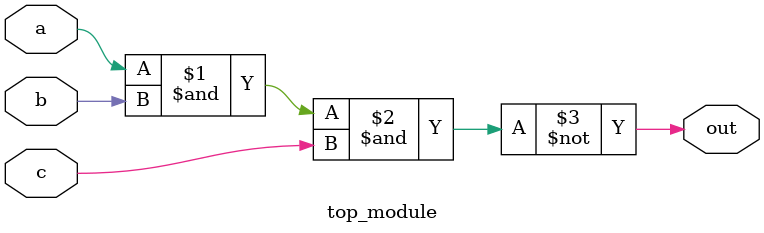
<source format=v>

module top_module(
    input a, 
    input b,
    input c,
    output out
);
    // Boolean expression derived from the Karnaugh map
    assign out = ~(a & b & c);
endmodule

</source>
